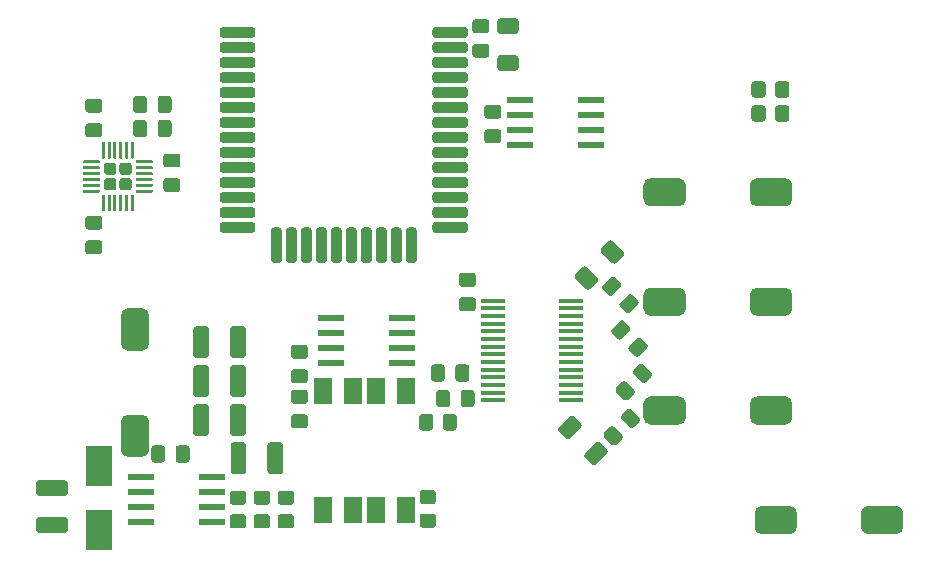
<source format=gbp>
G04 #@! TF.GenerationSoftware,KiCad,Pcbnew,(5.1.8)-1*
G04 #@! TF.CreationDate,2021-07-21T13:57:44+02:00*
G04 #@! TF.ProjectId,sensactHsNano,73656e73-6163-4744-9873-4e616e6f2e6b,rev?*
G04 #@! TF.SameCoordinates,Original*
G04 #@! TF.FileFunction,Paste,Bot*
G04 #@! TF.FilePolarity,Positive*
%FSLAX46Y46*%
G04 Gerber Fmt 4.6, Leading zero omitted, Abs format (unit mm)*
G04 Created by KiCad (PCBNEW (5.1.8)-1) date 2021-07-21 13:57:44*
%MOMM*%
%LPD*%
G01*
G04 APERTURE LIST*
%ADD10R,1.500000X2.300000*%
%ADD11R,2.200000X0.600000*%
%ADD12R,2.300000X3.500000*%
%ADD13R,2.000000X0.400000*%
G04 APERTURE END LIST*
G36*
G01*
X183026000Y-111067001D02*
X183026000Y-110166999D01*
G75*
G02*
X183275999Y-109917000I249999J0D01*
G01*
X183976001Y-109917000D01*
G75*
G02*
X184226000Y-110166999I0J-249999D01*
G01*
X184226000Y-111067001D01*
G75*
G02*
X183976001Y-111317000I-249999J0D01*
G01*
X183275999Y-111317000D01*
G75*
G02*
X183026000Y-111067001I0J249999D01*
G01*
G37*
G36*
G01*
X181026000Y-111067001D02*
X181026000Y-110166999D01*
G75*
G02*
X181275999Y-109917000I249999J0D01*
G01*
X181976001Y-109917000D01*
G75*
G02*
X182226000Y-110166999I0J-249999D01*
G01*
X182226000Y-111067001D01*
G75*
G02*
X181976001Y-111317000I-249999J0D01*
G01*
X181275999Y-111317000D01*
G75*
G02*
X181026000Y-111067001I0J249999D01*
G01*
G37*
G36*
G01*
X182226000Y-112198999D02*
X182226000Y-113099001D01*
G75*
G02*
X181976001Y-113349000I-249999J0D01*
G01*
X181275999Y-113349000D01*
G75*
G02*
X181026000Y-113099001I0J249999D01*
G01*
X181026000Y-112198999D01*
G75*
G02*
X181275999Y-111949000I249999J0D01*
G01*
X181976001Y-111949000D01*
G75*
G02*
X182226000Y-112198999I0J-249999D01*
G01*
G37*
G36*
G01*
X184226000Y-112198999D02*
X184226000Y-113099001D01*
G75*
G02*
X183976001Y-113349000I-249999J0D01*
G01*
X183275999Y-113349000D01*
G75*
G02*
X183026000Y-113099001I0J249999D01*
G01*
X183026000Y-112198999D01*
G75*
G02*
X183275999Y-111949000I249999J0D01*
G01*
X183976001Y-111949000D01*
G75*
G02*
X184226000Y-112198999I0J-249999D01*
G01*
G37*
G36*
G01*
X130028800Y-138732800D02*
X130028800Y-141132800D01*
G75*
G02*
X129428800Y-141732800I-600000J0D01*
G01*
X128228800Y-141732800D01*
G75*
G02*
X127628800Y-141132800I0J600000D01*
G01*
X127628800Y-138732800D01*
G75*
G02*
X128228800Y-138132800I600000J0D01*
G01*
X129428800Y-138132800D01*
G75*
G02*
X130028800Y-138732800I0J-600000D01*
G01*
G37*
G36*
G01*
X130028800Y-129732800D02*
X130028800Y-132132800D01*
G75*
G02*
X129428800Y-132732800I-600000J0D01*
G01*
X128228800Y-132732800D01*
G75*
G02*
X127628800Y-132132800I0J600000D01*
G01*
X127628800Y-129732800D01*
G75*
G02*
X128228800Y-129132800I600000J0D01*
G01*
X129428800Y-129132800D01*
G75*
G02*
X130028800Y-129732800I0J-600000D01*
G01*
G37*
D10*
X149250400Y-146173200D03*
X151790400Y-146173200D03*
X151790400Y-136173200D03*
X149250400Y-136173200D03*
X147269200Y-136173200D03*
X144729200Y-136173200D03*
X144729200Y-146173200D03*
X147269200Y-146173200D03*
G36*
G01*
X154069201Y-145716800D02*
X153169199Y-145716800D01*
G75*
G02*
X152919200Y-145466801I0J249999D01*
G01*
X152919200Y-144766799D01*
G75*
G02*
X153169199Y-144516800I249999J0D01*
G01*
X154069201Y-144516800D01*
G75*
G02*
X154319200Y-144766799I0J-249999D01*
G01*
X154319200Y-145466801D01*
G75*
G02*
X154069201Y-145716800I-249999J0D01*
G01*
G37*
G36*
G01*
X154069201Y-147716800D02*
X153169199Y-147716800D01*
G75*
G02*
X152919200Y-147466801I0J249999D01*
G01*
X152919200Y-146766799D01*
G75*
G02*
X153169199Y-146516800I249999J0D01*
G01*
X154069201Y-146516800D01*
G75*
G02*
X154319200Y-146766799I0J-249999D01*
G01*
X154319200Y-147466801D01*
G75*
G02*
X154069201Y-147716800I-249999J0D01*
G01*
G37*
G36*
G01*
X169244017Y-125299225D02*
X168324775Y-124379983D01*
G75*
G02*
X168324775Y-124026433I176775J176775D01*
G01*
X168908141Y-123443067D01*
G75*
G02*
X169261691Y-123443067I176775J-176775D01*
G01*
X170180933Y-124362309D01*
G75*
G02*
X170180933Y-124715859I-176775J-176775D01*
G01*
X169597567Y-125299225D01*
G75*
G02*
X169244017Y-125299225I-176775J176775D01*
G01*
G37*
G36*
G01*
X167034309Y-127508933D02*
X166115067Y-126589691D01*
G75*
G02*
X166115067Y-126236141I176775J176775D01*
G01*
X166698433Y-125652775D01*
G75*
G02*
X167051983Y-125652775I176775J-176775D01*
G01*
X167971225Y-126572017D01*
G75*
G02*
X167971225Y-126925567I-176775J-176775D01*
G01*
X167387859Y-127508933D01*
G75*
G02*
X167034309Y-127508933I-176775J176775D01*
G01*
G37*
G36*
G01*
X166927775Y-141431017D02*
X167847017Y-140511775D01*
G75*
G02*
X168200567Y-140511775I176775J-176775D01*
G01*
X168783933Y-141095141D01*
G75*
G02*
X168783933Y-141448691I-176775J-176775D01*
G01*
X167864691Y-142367933D01*
G75*
G02*
X167511141Y-142367933I-176775J176775D01*
G01*
X166927775Y-141784567D01*
G75*
G02*
X166927775Y-141431017I176775J176775D01*
G01*
G37*
G36*
G01*
X164718067Y-139221309D02*
X165637309Y-138302067D01*
G75*
G02*
X165990859Y-138302067I176775J-176775D01*
G01*
X166574225Y-138885433D01*
G75*
G02*
X166574225Y-139238983I-176775J-176775D01*
G01*
X165654983Y-140158225D01*
G75*
G02*
X165301433Y-140158225I-176775J176775D01*
G01*
X164718067Y-139574859D01*
G75*
G02*
X164718067Y-139221309I176775J176775D01*
G01*
G37*
G36*
G01*
X136010500Y-106009000D02*
X136010500Y-105559000D01*
G75*
G02*
X136235500Y-105334000I225000J0D01*
G01*
X138785500Y-105334000D01*
G75*
G02*
X139010500Y-105559000I0J-225000D01*
G01*
X139010500Y-106009000D01*
G75*
G02*
X138785500Y-106234000I-225000J0D01*
G01*
X136235500Y-106234000D01*
G75*
G02*
X136010500Y-106009000I0J225000D01*
G01*
G37*
G36*
G01*
X136010500Y-107279000D02*
X136010500Y-106829000D01*
G75*
G02*
X136235500Y-106604000I225000J0D01*
G01*
X138785500Y-106604000D01*
G75*
G02*
X139010500Y-106829000I0J-225000D01*
G01*
X139010500Y-107279000D01*
G75*
G02*
X138785500Y-107504000I-225000J0D01*
G01*
X136235500Y-107504000D01*
G75*
G02*
X136010500Y-107279000I0J225000D01*
G01*
G37*
G36*
G01*
X136010500Y-108549000D02*
X136010500Y-108099000D01*
G75*
G02*
X136235500Y-107874000I225000J0D01*
G01*
X138785500Y-107874000D01*
G75*
G02*
X139010500Y-108099000I0J-225000D01*
G01*
X139010500Y-108549000D01*
G75*
G02*
X138785500Y-108774000I-225000J0D01*
G01*
X136235500Y-108774000D01*
G75*
G02*
X136010500Y-108549000I0J225000D01*
G01*
G37*
G36*
G01*
X136010500Y-109819000D02*
X136010500Y-109369000D01*
G75*
G02*
X136235500Y-109144000I225000J0D01*
G01*
X138785500Y-109144000D01*
G75*
G02*
X139010500Y-109369000I0J-225000D01*
G01*
X139010500Y-109819000D01*
G75*
G02*
X138785500Y-110044000I-225000J0D01*
G01*
X136235500Y-110044000D01*
G75*
G02*
X136010500Y-109819000I0J225000D01*
G01*
G37*
G36*
G01*
X136010500Y-111089000D02*
X136010500Y-110639000D01*
G75*
G02*
X136235500Y-110414000I225000J0D01*
G01*
X138785500Y-110414000D01*
G75*
G02*
X139010500Y-110639000I0J-225000D01*
G01*
X139010500Y-111089000D01*
G75*
G02*
X138785500Y-111314000I-225000J0D01*
G01*
X136235500Y-111314000D01*
G75*
G02*
X136010500Y-111089000I0J225000D01*
G01*
G37*
G36*
G01*
X136010500Y-112359000D02*
X136010500Y-111909000D01*
G75*
G02*
X136235500Y-111684000I225000J0D01*
G01*
X138785500Y-111684000D01*
G75*
G02*
X139010500Y-111909000I0J-225000D01*
G01*
X139010500Y-112359000D01*
G75*
G02*
X138785500Y-112584000I-225000J0D01*
G01*
X136235500Y-112584000D01*
G75*
G02*
X136010500Y-112359000I0J225000D01*
G01*
G37*
G36*
G01*
X136010500Y-113629000D02*
X136010500Y-113179000D01*
G75*
G02*
X136235500Y-112954000I225000J0D01*
G01*
X138785500Y-112954000D01*
G75*
G02*
X139010500Y-113179000I0J-225000D01*
G01*
X139010500Y-113629000D01*
G75*
G02*
X138785500Y-113854000I-225000J0D01*
G01*
X136235500Y-113854000D01*
G75*
G02*
X136010500Y-113629000I0J225000D01*
G01*
G37*
G36*
G01*
X136010500Y-114899000D02*
X136010500Y-114449000D01*
G75*
G02*
X136235500Y-114224000I225000J0D01*
G01*
X138785500Y-114224000D01*
G75*
G02*
X139010500Y-114449000I0J-225000D01*
G01*
X139010500Y-114899000D01*
G75*
G02*
X138785500Y-115124000I-225000J0D01*
G01*
X136235500Y-115124000D01*
G75*
G02*
X136010500Y-114899000I0J225000D01*
G01*
G37*
G36*
G01*
X136010500Y-116169000D02*
X136010500Y-115719000D01*
G75*
G02*
X136235500Y-115494000I225000J0D01*
G01*
X138785500Y-115494000D01*
G75*
G02*
X139010500Y-115719000I0J-225000D01*
G01*
X139010500Y-116169000D01*
G75*
G02*
X138785500Y-116394000I-225000J0D01*
G01*
X136235500Y-116394000D01*
G75*
G02*
X136010500Y-116169000I0J225000D01*
G01*
G37*
G36*
G01*
X136010500Y-117439000D02*
X136010500Y-116989000D01*
G75*
G02*
X136235500Y-116764000I225000J0D01*
G01*
X138785500Y-116764000D01*
G75*
G02*
X139010500Y-116989000I0J-225000D01*
G01*
X139010500Y-117439000D01*
G75*
G02*
X138785500Y-117664000I-225000J0D01*
G01*
X136235500Y-117664000D01*
G75*
G02*
X136010500Y-117439000I0J225000D01*
G01*
G37*
G36*
G01*
X136010500Y-118709000D02*
X136010500Y-118259000D01*
G75*
G02*
X136235500Y-118034000I225000J0D01*
G01*
X138785500Y-118034000D01*
G75*
G02*
X139010500Y-118259000I0J-225000D01*
G01*
X139010500Y-118709000D01*
G75*
G02*
X138785500Y-118934000I-225000J0D01*
G01*
X136235500Y-118934000D01*
G75*
G02*
X136010500Y-118709000I0J225000D01*
G01*
G37*
G36*
G01*
X136010500Y-119979000D02*
X136010500Y-119529000D01*
G75*
G02*
X136235500Y-119304000I225000J0D01*
G01*
X138785500Y-119304000D01*
G75*
G02*
X139010500Y-119529000I0J-225000D01*
G01*
X139010500Y-119979000D01*
G75*
G02*
X138785500Y-120204000I-225000J0D01*
G01*
X136235500Y-120204000D01*
G75*
G02*
X136010500Y-119979000I0J225000D01*
G01*
G37*
G36*
G01*
X136010500Y-121249000D02*
X136010500Y-120799000D01*
G75*
G02*
X136235500Y-120574000I225000J0D01*
G01*
X138785500Y-120574000D01*
G75*
G02*
X139010500Y-120799000I0J-225000D01*
G01*
X139010500Y-121249000D01*
G75*
G02*
X138785500Y-121474000I-225000J0D01*
G01*
X136235500Y-121474000D01*
G75*
G02*
X136010500Y-121249000I0J225000D01*
G01*
G37*
G36*
G01*
X136010500Y-122519000D02*
X136010500Y-122069000D01*
G75*
G02*
X136235500Y-121844000I225000J0D01*
G01*
X138785500Y-121844000D01*
G75*
G02*
X139010500Y-122069000I0J-225000D01*
G01*
X139010500Y-122519000D01*
G75*
G02*
X138785500Y-122744000I-225000J0D01*
G01*
X136235500Y-122744000D01*
G75*
G02*
X136010500Y-122519000I0J225000D01*
G01*
G37*
G36*
G01*
X141020500Y-125294000D02*
X140570500Y-125294000D01*
G75*
G02*
X140345500Y-125069000I0J225000D01*
G01*
X140345500Y-122519000D01*
G75*
G02*
X140570500Y-122294000I225000J0D01*
G01*
X141020500Y-122294000D01*
G75*
G02*
X141245500Y-122519000I0J-225000D01*
G01*
X141245500Y-125069000D01*
G75*
G02*
X141020500Y-125294000I-225000J0D01*
G01*
G37*
G36*
G01*
X142290500Y-125294000D02*
X141840500Y-125294000D01*
G75*
G02*
X141615500Y-125069000I0J225000D01*
G01*
X141615500Y-122519000D01*
G75*
G02*
X141840500Y-122294000I225000J0D01*
G01*
X142290500Y-122294000D01*
G75*
G02*
X142515500Y-122519000I0J-225000D01*
G01*
X142515500Y-125069000D01*
G75*
G02*
X142290500Y-125294000I-225000J0D01*
G01*
G37*
G36*
G01*
X143560500Y-125294000D02*
X143110500Y-125294000D01*
G75*
G02*
X142885500Y-125069000I0J225000D01*
G01*
X142885500Y-122519000D01*
G75*
G02*
X143110500Y-122294000I225000J0D01*
G01*
X143560500Y-122294000D01*
G75*
G02*
X143785500Y-122519000I0J-225000D01*
G01*
X143785500Y-125069000D01*
G75*
G02*
X143560500Y-125294000I-225000J0D01*
G01*
G37*
G36*
G01*
X144830500Y-125294000D02*
X144380500Y-125294000D01*
G75*
G02*
X144155500Y-125069000I0J225000D01*
G01*
X144155500Y-122519000D01*
G75*
G02*
X144380500Y-122294000I225000J0D01*
G01*
X144830500Y-122294000D01*
G75*
G02*
X145055500Y-122519000I0J-225000D01*
G01*
X145055500Y-125069000D01*
G75*
G02*
X144830500Y-125294000I-225000J0D01*
G01*
G37*
G36*
G01*
X146100500Y-125294000D02*
X145650500Y-125294000D01*
G75*
G02*
X145425500Y-125069000I0J225000D01*
G01*
X145425500Y-122519000D01*
G75*
G02*
X145650500Y-122294000I225000J0D01*
G01*
X146100500Y-122294000D01*
G75*
G02*
X146325500Y-122519000I0J-225000D01*
G01*
X146325500Y-125069000D01*
G75*
G02*
X146100500Y-125294000I-225000J0D01*
G01*
G37*
G36*
G01*
X147370500Y-125294000D02*
X146920500Y-125294000D01*
G75*
G02*
X146695500Y-125069000I0J225000D01*
G01*
X146695500Y-122519000D01*
G75*
G02*
X146920500Y-122294000I225000J0D01*
G01*
X147370500Y-122294000D01*
G75*
G02*
X147595500Y-122519000I0J-225000D01*
G01*
X147595500Y-125069000D01*
G75*
G02*
X147370500Y-125294000I-225000J0D01*
G01*
G37*
G36*
G01*
X148640500Y-125294000D02*
X148190500Y-125294000D01*
G75*
G02*
X147965500Y-125069000I0J225000D01*
G01*
X147965500Y-122519000D01*
G75*
G02*
X148190500Y-122294000I225000J0D01*
G01*
X148640500Y-122294000D01*
G75*
G02*
X148865500Y-122519000I0J-225000D01*
G01*
X148865500Y-125069000D01*
G75*
G02*
X148640500Y-125294000I-225000J0D01*
G01*
G37*
G36*
G01*
X149910500Y-125294000D02*
X149460500Y-125294000D01*
G75*
G02*
X149235500Y-125069000I0J225000D01*
G01*
X149235500Y-122519000D01*
G75*
G02*
X149460500Y-122294000I225000J0D01*
G01*
X149910500Y-122294000D01*
G75*
G02*
X150135500Y-122519000I0J-225000D01*
G01*
X150135500Y-125069000D01*
G75*
G02*
X149910500Y-125294000I-225000J0D01*
G01*
G37*
G36*
G01*
X151180500Y-125294000D02*
X150730500Y-125294000D01*
G75*
G02*
X150505500Y-125069000I0J225000D01*
G01*
X150505500Y-122519000D01*
G75*
G02*
X150730500Y-122294000I225000J0D01*
G01*
X151180500Y-122294000D01*
G75*
G02*
X151405500Y-122519000I0J-225000D01*
G01*
X151405500Y-125069000D01*
G75*
G02*
X151180500Y-125294000I-225000J0D01*
G01*
G37*
G36*
G01*
X152450500Y-125294000D02*
X152000500Y-125294000D01*
G75*
G02*
X151775500Y-125069000I0J225000D01*
G01*
X151775500Y-122519000D01*
G75*
G02*
X152000500Y-122294000I225000J0D01*
G01*
X152450500Y-122294000D01*
G75*
G02*
X152675500Y-122519000I0J-225000D01*
G01*
X152675500Y-125069000D01*
G75*
G02*
X152450500Y-125294000I-225000J0D01*
G01*
G37*
G36*
G01*
X157010500Y-122069000D02*
X157010500Y-122519000D01*
G75*
G02*
X156785500Y-122744000I-225000J0D01*
G01*
X154235500Y-122744000D01*
G75*
G02*
X154010500Y-122519000I0J225000D01*
G01*
X154010500Y-122069000D01*
G75*
G02*
X154235500Y-121844000I225000J0D01*
G01*
X156785500Y-121844000D01*
G75*
G02*
X157010500Y-122069000I0J-225000D01*
G01*
G37*
G36*
G01*
X157010500Y-120799000D02*
X157010500Y-121249000D01*
G75*
G02*
X156785500Y-121474000I-225000J0D01*
G01*
X154235500Y-121474000D01*
G75*
G02*
X154010500Y-121249000I0J225000D01*
G01*
X154010500Y-120799000D01*
G75*
G02*
X154235500Y-120574000I225000J0D01*
G01*
X156785500Y-120574000D01*
G75*
G02*
X157010500Y-120799000I0J-225000D01*
G01*
G37*
G36*
G01*
X157010500Y-119529000D02*
X157010500Y-119979000D01*
G75*
G02*
X156785500Y-120204000I-225000J0D01*
G01*
X154235500Y-120204000D01*
G75*
G02*
X154010500Y-119979000I0J225000D01*
G01*
X154010500Y-119529000D01*
G75*
G02*
X154235500Y-119304000I225000J0D01*
G01*
X156785500Y-119304000D01*
G75*
G02*
X157010500Y-119529000I0J-225000D01*
G01*
G37*
G36*
G01*
X157010500Y-118259000D02*
X157010500Y-118709000D01*
G75*
G02*
X156785500Y-118934000I-225000J0D01*
G01*
X154235500Y-118934000D01*
G75*
G02*
X154010500Y-118709000I0J225000D01*
G01*
X154010500Y-118259000D01*
G75*
G02*
X154235500Y-118034000I225000J0D01*
G01*
X156785500Y-118034000D01*
G75*
G02*
X157010500Y-118259000I0J-225000D01*
G01*
G37*
G36*
G01*
X157010500Y-116989000D02*
X157010500Y-117439000D01*
G75*
G02*
X156785500Y-117664000I-225000J0D01*
G01*
X154235500Y-117664000D01*
G75*
G02*
X154010500Y-117439000I0J225000D01*
G01*
X154010500Y-116989000D01*
G75*
G02*
X154235500Y-116764000I225000J0D01*
G01*
X156785500Y-116764000D01*
G75*
G02*
X157010500Y-116989000I0J-225000D01*
G01*
G37*
G36*
G01*
X157010500Y-115719000D02*
X157010500Y-116169000D01*
G75*
G02*
X156785500Y-116394000I-225000J0D01*
G01*
X154235500Y-116394000D01*
G75*
G02*
X154010500Y-116169000I0J225000D01*
G01*
X154010500Y-115719000D01*
G75*
G02*
X154235500Y-115494000I225000J0D01*
G01*
X156785500Y-115494000D01*
G75*
G02*
X157010500Y-115719000I0J-225000D01*
G01*
G37*
G36*
G01*
X157010500Y-114449000D02*
X157010500Y-114899000D01*
G75*
G02*
X156785500Y-115124000I-225000J0D01*
G01*
X154235500Y-115124000D01*
G75*
G02*
X154010500Y-114899000I0J225000D01*
G01*
X154010500Y-114449000D01*
G75*
G02*
X154235500Y-114224000I225000J0D01*
G01*
X156785500Y-114224000D01*
G75*
G02*
X157010500Y-114449000I0J-225000D01*
G01*
G37*
G36*
G01*
X157010500Y-113179000D02*
X157010500Y-113629000D01*
G75*
G02*
X156785500Y-113854000I-225000J0D01*
G01*
X154235500Y-113854000D01*
G75*
G02*
X154010500Y-113629000I0J225000D01*
G01*
X154010500Y-113179000D01*
G75*
G02*
X154235500Y-112954000I225000J0D01*
G01*
X156785500Y-112954000D01*
G75*
G02*
X157010500Y-113179000I0J-225000D01*
G01*
G37*
G36*
G01*
X157010500Y-111909000D02*
X157010500Y-112359000D01*
G75*
G02*
X156785500Y-112584000I-225000J0D01*
G01*
X154235500Y-112584000D01*
G75*
G02*
X154010500Y-112359000I0J225000D01*
G01*
X154010500Y-111909000D01*
G75*
G02*
X154235500Y-111684000I225000J0D01*
G01*
X156785500Y-111684000D01*
G75*
G02*
X157010500Y-111909000I0J-225000D01*
G01*
G37*
G36*
G01*
X157010500Y-110639000D02*
X157010500Y-111089000D01*
G75*
G02*
X156785500Y-111314000I-225000J0D01*
G01*
X154235500Y-111314000D01*
G75*
G02*
X154010500Y-111089000I0J225000D01*
G01*
X154010500Y-110639000D01*
G75*
G02*
X154235500Y-110414000I225000J0D01*
G01*
X156785500Y-110414000D01*
G75*
G02*
X157010500Y-110639000I0J-225000D01*
G01*
G37*
G36*
G01*
X157010500Y-109369000D02*
X157010500Y-109819000D01*
G75*
G02*
X156785500Y-110044000I-225000J0D01*
G01*
X154235500Y-110044000D01*
G75*
G02*
X154010500Y-109819000I0J225000D01*
G01*
X154010500Y-109369000D01*
G75*
G02*
X154235500Y-109144000I225000J0D01*
G01*
X156785500Y-109144000D01*
G75*
G02*
X157010500Y-109369000I0J-225000D01*
G01*
G37*
G36*
G01*
X157010500Y-108099000D02*
X157010500Y-108549000D01*
G75*
G02*
X156785500Y-108774000I-225000J0D01*
G01*
X154235500Y-108774000D01*
G75*
G02*
X154010500Y-108549000I0J225000D01*
G01*
X154010500Y-108099000D01*
G75*
G02*
X154235500Y-107874000I225000J0D01*
G01*
X156785500Y-107874000D01*
G75*
G02*
X157010500Y-108099000I0J-225000D01*
G01*
G37*
G36*
G01*
X157010500Y-106829000D02*
X157010500Y-107279000D01*
G75*
G02*
X156785500Y-107504000I-225000J0D01*
G01*
X154235500Y-107504000D01*
G75*
G02*
X154010500Y-107279000I0J225000D01*
G01*
X154010500Y-106829000D01*
G75*
G02*
X154235500Y-106604000I225000J0D01*
G01*
X156785500Y-106604000D01*
G75*
G02*
X157010500Y-106829000I0J-225000D01*
G01*
G37*
G36*
G01*
X157010500Y-105559000D02*
X157010500Y-106009000D01*
G75*
G02*
X156785500Y-106234000I-225000J0D01*
G01*
X154235500Y-106234000D01*
G75*
G02*
X154010500Y-106009000I0J225000D01*
G01*
X154010500Y-105559000D01*
G75*
G02*
X154235500Y-105334000I225000J0D01*
G01*
X156785500Y-105334000D01*
G75*
G02*
X157010500Y-105559000I0J-225000D01*
G01*
G37*
D11*
X129334000Y-143383000D03*
X129334000Y-144653000D03*
X129334000Y-145923000D03*
X129334000Y-147193000D03*
X135334000Y-147193000D03*
X135334000Y-145923000D03*
X135334000Y-144653000D03*
X135334000Y-143383000D03*
G36*
G01*
X174881000Y-129787500D02*
X172481000Y-129787500D01*
G75*
G02*
X171881000Y-129187500I0J600000D01*
G01*
X171881000Y-127987500D01*
G75*
G02*
X172481000Y-127387500I600000J0D01*
G01*
X174881000Y-127387500D01*
G75*
G02*
X175481000Y-127987500I0J-600000D01*
G01*
X175481000Y-129187500D01*
G75*
G02*
X174881000Y-129787500I-600000J0D01*
G01*
G37*
G36*
G01*
X183881000Y-129787500D02*
X181481000Y-129787500D01*
G75*
G02*
X180881000Y-129187500I0J600000D01*
G01*
X180881000Y-127987500D01*
G75*
G02*
X181481000Y-127387500I600000J0D01*
G01*
X183881000Y-127387500D01*
G75*
G02*
X184481000Y-127987500I0J-600000D01*
G01*
X184481000Y-129187500D01*
G75*
G02*
X183881000Y-129787500I-600000J0D01*
G01*
G37*
G36*
G01*
X174881000Y-120516500D02*
X172481000Y-120516500D01*
G75*
G02*
X171881000Y-119916500I0J600000D01*
G01*
X171881000Y-118716500D01*
G75*
G02*
X172481000Y-118116500I600000J0D01*
G01*
X174881000Y-118116500D01*
G75*
G02*
X175481000Y-118716500I0J-600000D01*
G01*
X175481000Y-119916500D01*
G75*
G02*
X174881000Y-120516500I-600000J0D01*
G01*
G37*
G36*
G01*
X183881000Y-120516500D02*
X181481000Y-120516500D01*
G75*
G02*
X180881000Y-119916500I0J600000D01*
G01*
X180881000Y-118716500D01*
G75*
G02*
X181481000Y-118116500I600000J0D01*
G01*
X183881000Y-118116500D01*
G75*
G02*
X184481000Y-118716500I0J-600000D01*
G01*
X184481000Y-119916500D01*
G75*
G02*
X183881000Y-120516500I-600000J0D01*
G01*
G37*
G36*
G01*
X174881000Y-138995000D02*
X172481000Y-138995000D01*
G75*
G02*
X171881000Y-138395000I0J600000D01*
G01*
X171881000Y-137195000D01*
G75*
G02*
X172481000Y-136595000I600000J0D01*
G01*
X174881000Y-136595000D01*
G75*
G02*
X175481000Y-137195000I0J-600000D01*
G01*
X175481000Y-138395000D01*
G75*
G02*
X174881000Y-138995000I-600000J0D01*
G01*
G37*
G36*
G01*
X183881000Y-138995000D02*
X181481000Y-138995000D01*
G75*
G02*
X180881000Y-138395000I0J600000D01*
G01*
X180881000Y-137195000D01*
G75*
G02*
X181481000Y-136595000I600000J0D01*
G01*
X183881000Y-136595000D01*
G75*
G02*
X184481000Y-137195000I0J-600000D01*
G01*
X184481000Y-138395000D01*
G75*
G02*
X183881000Y-138995000I-600000J0D01*
G01*
G37*
G36*
G01*
X184283200Y-148266000D02*
X181883200Y-148266000D01*
G75*
G02*
X181283200Y-147666000I0J600000D01*
G01*
X181283200Y-146466000D01*
G75*
G02*
X181883200Y-145866000I600000J0D01*
G01*
X184283200Y-145866000D01*
G75*
G02*
X184883200Y-146466000I0J-600000D01*
G01*
X184883200Y-147666000D01*
G75*
G02*
X184283200Y-148266000I-600000J0D01*
G01*
G37*
G36*
G01*
X193283200Y-148266000D02*
X190883200Y-148266000D01*
G75*
G02*
X190283200Y-147666000I0J600000D01*
G01*
X190283200Y-146466000D01*
G75*
G02*
X190883200Y-145866000I600000J0D01*
G01*
X193283200Y-145866000D01*
G75*
G02*
X193883200Y-146466000I0J-600000D01*
G01*
X193883200Y-147666000D01*
G75*
G02*
X193283200Y-148266000I-600000J0D01*
G01*
G37*
G36*
G01*
X141154999Y-146577000D02*
X142055001Y-146577000D01*
G75*
G02*
X142305000Y-146826999I0J-249999D01*
G01*
X142305000Y-147527001D01*
G75*
G02*
X142055001Y-147777000I-249999J0D01*
G01*
X141154999Y-147777000D01*
G75*
G02*
X140905000Y-147527001I0J249999D01*
G01*
X140905000Y-146826999D01*
G75*
G02*
X141154999Y-146577000I249999J0D01*
G01*
G37*
G36*
G01*
X141154999Y-144577000D02*
X142055001Y-144577000D01*
G75*
G02*
X142305000Y-144826999I0J-249999D01*
G01*
X142305000Y-145527001D01*
G75*
G02*
X142055001Y-145777000I-249999J0D01*
G01*
X141154999Y-145777000D01*
G75*
G02*
X140905000Y-145527001I0J249999D01*
G01*
X140905000Y-144826999D01*
G75*
G02*
X141154999Y-144577000I249999J0D01*
G01*
G37*
G36*
G01*
X140023001Y-145777000D02*
X139122999Y-145777000D01*
G75*
G02*
X138873000Y-145527001I0J249999D01*
G01*
X138873000Y-144826999D01*
G75*
G02*
X139122999Y-144577000I249999J0D01*
G01*
X140023001Y-144577000D01*
G75*
G02*
X140273000Y-144826999I0J-249999D01*
G01*
X140273000Y-145527001D01*
G75*
G02*
X140023001Y-145777000I-249999J0D01*
G01*
G37*
G36*
G01*
X140023001Y-147777000D02*
X139122999Y-147777000D01*
G75*
G02*
X138873000Y-147527001I0J249999D01*
G01*
X138873000Y-146826999D01*
G75*
G02*
X139122999Y-146577000I249999J0D01*
G01*
X140023001Y-146577000D01*
G75*
G02*
X140273000Y-146826999I0J-249999D01*
G01*
X140273000Y-147527001D01*
G75*
G02*
X140023001Y-147777000I-249999J0D01*
G01*
G37*
G36*
G01*
X137090999Y-146577000D02*
X137991001Y-146577000D01*
G75*
G02*
X138241000Y-146826999I0J-249999D01*
G01*
X138241000Y-147527001D01*
G75*
G02*
X137991001Y-147777000I-249999J0D01*
G01*
X137090999Y-147777000D01*
G75*
G02*
X136841000Y-147527001I0J249999D01*
G01*
X136841000Y-146826999D01*
G75*
G02*
X137090999Y-146577000I249999J0D01*
G01*
G37*
G36*
G01*
X137090999Y-144577000D02*
X137991001Y-144577000D01*
G75*
G02*
X138241000Y-144826999I0J-249999D01*
G01*
X138241000Y-145527001D01*
G75*
G02*
X137991001Y-145777000I-249999J0D01*
G01*
X137090999Y-145777000D01*
G75*
G02*
X136841000Y-145527001I0J249999D01*
G01*
X136841000Y-144826999D01*
G75*
G02*
X137090999Y-144577000I249999J0D01*
G01*
G37*
D12*
X125780800Y-147886400D03*
X125780800Y-142486400D03*
G36*
G01*
X136891600Y-136405802D02*
X136891600Y-134205798D01*
G75*
G02*
X137141598Y-133955800I249998J0D01*
G01*
X137966602Y-133955800D01*
G75*
G02*
X138216600Y-134205798I0J-249998D01*
G01*
X138216600Y-136405802D01*
G75*
G02*
X137966602Y-136655800I-249998J0D01*
G01*
X137141598Y-136655800D01*
G75*
G02*
X136891600Y-136405802I0J249998D01*
G01*
G37*
G36*
G01*
X133766600Y-136405802D02*
X133766600Y-134205798D01*
G75*
G02*
X134016598Y-133955800I249998J0D01*
G01*
X134841602Y-133955800D01*
G75*
G02*
X135091600Y-134205798I0J-249998D01*
G01*
X135091600Y-136405802D01*
G75*
G02*
X134841602Y-136655800I-249998J0D01*
G01*
X134016598Y-136655800D01*
G75*
G02*
X133766600Y-136405802I0J249998D01*
G01*
G37*
G36*
G01*
X136891600Y-139707802D02*
X136891600Y-137507798D01*
G75*
G02*
X137141598Y-137257800I249998J0D01*
G01*
X137966602Y-137257800D01*
G75*
G02*
X138216600Y-137507798I0J-249998D01*
G01*
X138216600Y-139707802D01*
G75*
G02*
X137966602Y-139957800I-249998J0D01*
G01*
X137141598Y-139957800D01*
G75*
G02*
X136891600Y-139707802I0J249998D01*
G01*
G37*
G36*
G01*
X133766600Y-139707802D02*
X133766600Y-137507798D01*
G75*
G02*
X134016598Y-137257800I249998J0D01*
G01*
X134841602Y-137257800D01*
G75*
G02*
X135091600Y-137507798I0J-249998D01*
G01*
X135091600Y-139707802D01*
G75*
G02*
X134841602Y-139957800I-249998J0D01*
G01*
X134016598Y-139957800D01*
G75*
G02*
X133766600Y-139707802I0J249998D01*
G01*
G37*
G36*
G01*
X140041200Y-142933602D02*
X140041200Y-140733598D01*
G75*
G02*
X140291198Y-140483600I249998J0D01*
G01*
X141116202Y-140483600D01*
G75*
G02*
X141366200Y-140733598I0J-249998D01*
G01*
X141366200Y-142933602D01*
G75*
G02*
X141116202Y-143183600I-249998J0D01*
G01*
X140291198Y-143183600D01*
G75*
G02*
X140041200Y-142933602I0J249998D01*
G01*
G37*
G36*
G01*
X136916200Y-142933602D02*
X136916200Y-140733598D01*
G75*
G02*
X137166198Y-140483600I249998J0D01*
G01*
X137991202Y-140483600D01*
G75*
G02*
X138241200Y-140733598I0J-249998D01*
G01*
X138241200Y-142933602D01*
G75*
G02*
X137991202Y-143183600I-249998J0D01*
G01*
X137166198Y-143183600D01*
G75*
G02*
X136916200Y-142933602I0J249998D01*
G01*
G37*
G36*
G01*
X136891600Y-133103802D02*
X136891600Y-130903798D01*
G75*
G02*
X137141598Y-130653800I249998J0D01*
G01*
X137966602Y-130653800D01*
G75*
G02*
X138216600Y-130903798I0J-249998D01*
G01*
X138216600Y-133103802D01*
G75*
G02*
X137966602Y-133353800I-249998J0D01*
G01*
X137141598Y-133353800D01*
G75*
G02*
X136891600Y-133103802I0J249998D01*
G01*
G37*
G36*
G01*
X133766600Y-133103802D02*
X133766600Y-130903798D01*
G75*
G02*
X134016598Y-130653800I249998J0D01*
G01*
X134841602Y-130653800D01*
G75*
G02*
X135091600Y-130903798I0J-249998D01*
G01*
X135091600Y-133103802D01*
G75*
G02*
X134841602Y-133353800I-249998J0D01*
G01*
X134016598Y-133353800D01*
G75*
G02*
X133766600Y-133103802I0J249998D01*
G01*
G37*
G36*
G01*
X132276000Y-141953000D02*
X132276000Y-141003000D01*
G75*
G02*
X132526000Y-140753000I250000J0D01*
G01*
X133201000Y-140753000D01*
G75*
G02*
X133451000Y-141003000I0J-250000D01*
G01*
X133451000Y-141953000D01*
G75*
G02*
X133201000Y-142203000I-250000J0D01*
G01*
X132526000Y-142203000D01*
G75*
G02*
X132276000Y-141953000I0J250000D01*
G01*
G37*
G36*
G01*
X130201000Y-141953000D02*
X130201000Y-141003000D01*
G75*
G02*
X130451000Y-140753000I250000J0D01*
G01*
X131126000Y-140753000D01*
G75*
G02*
X131376000Y-141003000I0J-250000D01*
G01*
X131376000Y-141953000D01*
G75*
G02*
X131126000Y-142203000I-250000J0D01*
G01*
X130451000Y-142203000D01*
G75*
G02*
X130201000Y-141953000I0J250000D01*
G01*
G37*
G36*
G01*
X120692998Y-146823000D02*
X122893002Y-146823000D01*
G75*
G02*
X123143000Y-147072998I0J-249998D01*
G01*
X123143000Y-147898002D01*
G75*
G02*
X122893002Y-148148000I-249998J0D01*
G01*
X120692998Y-148148000D01*
G75*
G02*
X120443000Y-147898002I0J249998D01*
G01*
X120443000Y-147072998D01*
G75*
G02*
X120692998Y-146823000I249998J0D01*
G01*
G37*
G36*
G01*
X120692998Y-143698000D02*
X122893002Y-143698000D01*
G75*
G02*
X123143000Y-143947998I0J-249998D01*
G01*
X123143000Y-144773002D01*
G75*
G02*
X122893002Y-145023000I-249998J0D01*
G01*
X120692998Y-145023000D01*
G75*
G02*
X120443000Y-144773002I0J249998D01*
G01*
X120443000Y-143947998D01*
G75*
G02*
X120692998Y-143698000I249998J0D01*
G01*
G37*
D13*
X165733000Y-136940000D03*
X165733000Y-136290000D03*
X165733000Y-135640000D03*
X165733000Y-134990000D03*
X165733000Y-134340000D03*
X165733000Y-133690000D03*
X165733000Y-133040000D03*
X165733000Y-132390000D03*
X165733000Y-131740000D03*
X165733000Y-131090000D03*
X165733000Y-130440000D03*
X165733000Y-129790000D03*
X165733000Y-129140000D03*
X159133000Y-128490000D03*
X159133000Y-129140000D03*
X159133000Y-129790000D03*
X159133000Y-130440000D03*
X159133000Y-131090000D03*
X159133000Y-131740000D03*
X159133000Y-132390000D03*
X159133000Y-133040000D03*
X159133000Y-133690000D03*
X159133000Y-134340000D03*
X159133000Y-134990000D03*
X159133000Y-135640000D03*
X159133000Y-136290000D03*
X165733000Y-128490000D03*
X159133000Y-136940000D03*
G36*
G01*
X154082800Y-138335599D02*
X154082800Y-139235601D01*
G75*
G02*
X153832801Y-139485600I-249999J0D01*
G01*
X153132799Y-139485600D01*
G75*
G02*
X152882800Y-139235601I0J249999D01*
G01*
X152882800Y-138335599D01*
G75*
G02*
X153132799Y-138085600I249999J0D01*
G01*
X153832801Y-138085600D01*
G75*
G02*
X154082800Y-138335599I0J-249999D01*
G01*
G37*
G36*
G01*
X156082800Y-138335599D02*
X156082800Y-139235601D01*
G75*
G02*
X155832801Y-139485600I-249999J0D01*
G01*
X155132799Y-139485600D01*
G75*
G02*
X154882800Y-139235601I0J249999D01*
G01*
X154882800Y-138335599D01*
G75*
G02*
X155132799Y-138085600I249999J0D01*
G01*
X155832801Y-138085600D01*
G75*
G02*
X156082800Y-138335599I0J-249999D01*
G01*
G37*
G36*
G01*
X161051002Y-105907000D02*
X159750998Y-105907000D01*
G75*
G02*
X159501000Y-105657002I0J249998D01*
G01*
X159501000Y-104831998D01*
G75*
G02*
X159750998Y-104582000I249998J0D01*
G01*
X161051002Y-104582000D01*
G75*
G02*
X161301000Y-104831998I0J-249998D01*
G01*
X161301000Y-105657002D01*
G75*
G02*
X161051002Y-105907000I-249998J0D01*
G01*
G37*
G36*
G01*
X161051002Y-109032000D02*
X159750998Y-109032000D01*
G75*
G02*
X159501000Y-108782002I0J249998D01*
G01*
X159501000Y-107956998D01*
G75*
G02*
X159750998Y-107707000I249998J0D01*
G01*
X161051002Y-107707000D01*
G75*
G02*
X161301000Y-107956998I0J-249998D01*
G01*
X161301000Y-108782002D01*
G75*
G02*
X161051002Y-109032000I-249998J0D01*
G01*
G37*
G36*
G01*
X158590000Y-105849000D02*
X157640000Y-105849000D01*
G75*
G02*
X157390000Y-105599000I0J250000D01*
G01*
X157390000Y-104924000D01*
G75*
G02*
X157640000Y-104674000I250000J0D01*
G01*
X158590000Y-104674000D01*
G75*
G02*
X158840000Y-104924000I0J-250000D01*
G01*
X158840000Y-105599000D01*
G75*
G02*
X158590000Y-105849000I-250000J0D01*
G01*
G37*
G36*
G01*
X158590000Y-107924000D02*
X157640000Y-107924000D01*
G75*
G02*
X157390000Y-107674000I0J250000D01*
G01*
X157390000Y-106999000D01*
G75*
G02*
X157640000Y-106749000I250000J0D01*
G01*
X158590000Y-106749000D01*
G75*
G02*
X158840000Y-106999000I0J-250000D01*
G01*
X158840000Y-107674000D01*
G75*
G02*
X158590000Y-107924000I-250000J0D01*
G01*
G37*
G36*
G01*
X125824000Y-112580000D02*
X124874000Y-112580000D01*
G75*
G02*
X124624000Y-112330000I0J250000D01*
G01*
X124624000Y-111655000D01*
G75*
G02*
X124874000Y-111405000I250000J0D01*
G01*
X125824000Y-111405000D01*
G75*
G02*
X126074000Y-111655000I0J-250000D01*
G01*
X126074000Y-112330000D01*
G75*
G02*
X125824000Y-112580000I-250000J0D01*
G01*
G37*
G36*
G01*
X125824000Y-114655000D02*
X124874000Y-114655000D01*
G75*
G02*
X124624000Y-114405000I0J250000D01*
G01*
X124624000Y-113730000D01*
G75*
G02*
X124874000Y-113480000I250000J0D01*
G01*
X125824000Y-113480000D01*
G75*
G02*
X126074000Y-113730000I0J-250000D01*
G01*
X126074000Y-114405000D01*
G75*
G02*
X125824000Y-114655000I-250000J0D01*
G01*
G37*
G36*
G01*
X124874000Y-123386000D02*
X125824000Y-123386000D01*
G75*
G02*
X126074000Y-123636000I0J-250000D01*
G01*
X126074000Y-124311000D01*
G75*
G02*
X125824000Y-124561000I-250000J0D01*
G01*
X124874000Y-124561000D01*
G75*
G02*
X124624000Y-124311000I0J250000D01*
G01*
X124624000Y-123636000D01*
G75*
G02*
X124874000Y-123386000I250000J0D01*
G01*
G37*
G36*
G01*
X124874000Y-121311000D02*
X125824000Y-121311000D01*
G75*
G02*
X126074000Y-121561000I0J-250000D01*
G01*
X126074000Y-122236000D01*
G75*
G02*
X125824000Y-122486000I-250000J0D01*
G01*
X124874000Y-122486000D01*
G75*
G02*
X124624000Y-122236000I0J250000D01*
G01*
X124624000Y-121561000D01*
G75*
G02*
X124874000Y-121311000I250000J0D01*
G01*
G37*
G36*
G01*
X132428000Y-117215500D02*
X131478000Y-117215500D01*
G75*
G02*
X131228000Y-116965500I0J250000D01*
G01*
X131228000Y-116290500D01*
G75*
G02*
X131478000Y-116040500I250000J0D01*
G01*
X132428000Y-116040500D01*
G75*
G02*
X132678000Y-116290500I0J-250000D01*
G01*
X132678000Y-116965500D01*
G75*
G02*
X132428000Y-117215500I-250000J0D01*
G01*
G37*
G36*
G01*
X132428000Y-119290500D02*
X131478000Y-119290500D01*
G75*
G02*
X131228000Y-119040500I0J250000D01*
G01*
X131228000Y-118365500D01*
G75*
G02*
X131478000Y-118115500I250000J0D01*
G01*
X132428000Y-118115500D01*
G75*
G02*
X132678000Y-118365500I0J-250000D01*
G01*
X132678000Y-119040500D01*
G75*
G02*
X132428000Y-119290500I-250000J0D01*
G01*
G37*
G36*
G01*
X130752000Y-112362000D02*
X130752000Y-111412000D01*
G75*
G02*
X131002000Y-111162000I250000J0D01*
G01*
X131677000Y-111162000D01*
G75*
G02*
X131927000Y-111412000I0J-250000D01*
G01*
X131927000Y-112362000D01*
G75*
G02*
X131677000Y-112612000I-250000J0D01*
G01*
X131002000Y-112612000D01*
G75*
G02*
X130752000Y-112362000I0J250000D01*
G01*
G37*
G36*
G01*
X128677000Y-112362000D02*
X128677000Y-111412000D01*
G75*
G02*
X128927000Y-111162000I250000J0D01*
G01*
X129602000Y-111162000D01*
G75*
G02*
X129852000Y-111412000I0J-250000D01*
G01*
X129852000Y-112362000D01*
G75*
G02*
X129602000Y-112612000I-250000J0D01*
G01*
X128927000Y-112612000D01*
G75*
G02*
X128677000Y-112362000I0J250000D01*
G01*
G37*
G36*
G01*
X130752000Y-114394000D02*
X130752000Y-113444000D01*
G75*
G02*
X131002000Y-113194000I250000J0D01*
G01*
X131677000Y-113194000D01*
G75*
G02*
X131927000Y-113444000I0J-250000D01*
G01*
X131927000Y-114394000D01*
G75*
G02*
X131677000Y-114644000I-250000J0D01*
G01*
X131002000Y-114644000D01*
G75*
G02*
X130752000Y-114394000I0J250000D01*
G01*
G37*
G36*
G01*
X128677000Y-114394000D02*
X128677000Y-113444000D01*
G75*
G02*
X128927000Y-113194000I250000J0D01*
G01*
X129602000Y-113194000D01*
G75*
G02*
X129852000Y-113444000I0J-250000D01*
G01*
X129852000Y-114394000D01*
G75*
G02*
X129602000Y-114644000I-250000J0D01*
G01*
X128927000Y-114644000D01*
G75*
G02*
X128677000Y-114394000I0J250000D01*
G01*
G37*
G36*
G01*
X158656000Y-113988000D02*
X159606000Y-113988000D01*
G75*
G02*
X159856000Y-114238000I0J-250000D01*
G01*
X159856000Y-114913000D01*
G75*
G02*
X159606000Y-115163000I-250000J0D01*
G01*
X158656000Y-115163000D01*
G75*
G02*
X158406000Y-114913000I0J250000D01*
G01*
X158406000Y-114238000D01*
G75*
G02*
X158656000Y-113988000I250000J0D01*
G01*
G37*
G36*
G01*
X158656000Y-111913000D02*
X159606000Y-111913000D01*
G75*
G02*
X159856000Y-112163000I0J-250000D01*
G01*
X159856000Y-112838000D01*
G75*
G02*
X159606000Y-113088000I-250000J0D01*
G01*
X158656000Y-113088000D01*
G75*
G02*
X158406000Y-112838000I0J250000D01*
G01*
X158406000Y-112163000D01*
G75*
G02*
X158656000Y-111913000I250000J0D01*
G01*
G37*
G36*
G01*
X143223000Y-133408000D02*
X142273000Y-133408000D01*
G75*
G02*
X142023000Y-133158000I0J250000D01*
G01*
X142023000Y-132483000D01*
G75*
G02*
X142273000Y-132233000I250000J0D01*
G01*
X143223000Y-132233000D01*
G75*
G02*
X143473000Y-132483000I0J-250000D01*
G01*
X143473000Y-133158000D01*
G75*
G02*
X143223000Y-133408000I-250000J0D01*
G01*
G37*
G36*
G01*
X143223000Y-135483000D02*
X142273000Y-135483000D01*
G75*
G02*
X142023000Y-135233000I0J250000D01*
G01*
X142023000Y-134558000D01*
G75*
G02*
X142273000Y-134308000I250000J0D01*
G01*
X143223000Y-134308000D01*
G75*
G02*
X143473000Y-134558000I0J-250000D01*
G01*
X143473000Y-135233000D01*
G75*
G02*
X143223000Y-135483000I-250000J0D01*
G01*
G37*
G36*
G01*
X142273000Y-138118000D02*
X143223000Y-138118000D01*
G75*
G02*
X143473000Y-138368000I0J-250000D01*
G01*
X143473000Y-139043000D01*
G75*
G02*
X143223000Y-139293000I-250000J0D01*
G01*
X142273000Y-139293000D01*
G75*
G02*
X142023000Y-139043000I0J250000D01*
G01*
X142023000Y-138368000D01*
G75*
G02*
X142273000Y-138118000I250000J0D01*
G01*
G37*
G36*
G01*
X142273000Y-136043000D02*
X143223000Y-136043000D01*
G75*
G02*
X143473000Y-136293000I0J-250000D01*
G01*
X143473000Y-136968000D01*
G75*
G02*
X143223000Y-137218000I-250000J0D01*
G01*
X142273000Y-137218000D01*
G75*
G02*
X142023000Y-136968000I0J250000D01*
G01*
X142023000Y-136293000D01*
G75*
G02*
X142273000Y-136043000I250000J0D01*
G01*
G37*
G36*
G01*
X170670322Y-132353073D02*
X171342073Y-131681322D01*
G75*
G02*
X171695627Y-131681322I176777J-176777D01*
G01*
X172172924Y-132158619D01*
G75*
G02*
X172172924Y-132512173I-176777J-176777D01*
G01*
X171501173Y-133183924D01*
G75*
G02*
X171147619Y-133183924I-176777J176777D01*
G01*
X170670322Y-132706627D01*
G75*
G02*
X170670322Y-132353073I176777J176777D01*
G01*
G37*
G36*
G01*
X169203076Y-130885827D02*
X169874827Y-130214076D01*
G75*
G02*
X170228381Y-130214076I176777J-176777D01*
G01*
X170705678Y-130691373D01*
G75*
G02*
X170705678Y-131044927I-176777J-176777D01*
G01*
X170033927Y-131716678D01*
G75*
G02*
X169680373Y-131716678I-176777J176777D01*
G01*
X169203076Y-131239381D01*
G75*
G02*
X169203076Y-130885827I176777J176777D01*
G01*
G37*
G36*
G01*
X169908322Y-128670073D02*
X170580073Y-127998322D01*
G75*
G02*
X170933627Y-127998322I176777J-176777D01*
G01*
X171410924Y-128475619D01*
G75*
G02*
X171410924Y-128829173I-176777J-176777D01*
G01*
X170739173Y-129500924D01*
G75*
G02*
X170385619Y-129500924I-176777J176777D01*
G01*
X169908322Y-129023627D01*
G75*
G02*
X169908322Y-128670073I176777J176777D01*
G01*
G37*
G36*
G01*
X168441076Y-127202827D02*
X169112827Y-126531076D01*
G75*
G02*
X169466381Y-126531076I176777J-176777D01*
G01*
X169943678Y-127008373D01*
G75*
G02*
X169943678Y-127361927I-176777J-176777D01*
G01*
X169271927Y-128033678D01*
G75*
G02*
X168918373Y-128033678I-176777J176777D01*
G01*
X168441076Y-127556381D01*
G75*
G02*
X168441076Y-127202827I176777J176777D01*
G01*
G37*
G36*
G01*
X171723073Y-135399678D02*
X171051322Y-134727927D01*
G75*
G02*
X171051322Y-134374373I176777J176777D01*
G01*
X171528619Y-133897076D01*
G75*
G02*
X171882173Y-133897076I176777J-176777D01*
G01*
X172553924Y-134568827D01*
G75*
G02*
X172553924Y-134922381I-176777J-176777D01*
G01*
X172076627Y-135399678D01*
G75*
G02*
X171723073Y-135399678I-176777J176777D01*
G01*
G37*
G36*
G01*
X170255827Y-136866924D02*
X169584076Y-136195173D01*
G75*
G02*
X169584076Y-135841619I176777J176777D01*
G01*
X170061373Y-135364322D01*
G75*
G02*
X170414927Y-135364322I176777J-176777D01*
G01*
X171086678Y-136036073D01*
G75*
G02*
X171086678Y-136389627I-176777J-176777D01*
G01*
X170609381Y-136866924D01*
G75*
G02*
X170255827Y-136866924I-176777J176777D01*
G01*
G37*
G36*
G01*
X170707073Y-139209678D02*
X170035322Y-138537927D01*
G75*
G02*
X170035322Y-138184373I176777J176777D01*
G01*
X170512619Y-137707076D01*
G75*
G02*
X170866173Y-137707076I176777J-176777D01*
G01*
X171537924Y-138378827D01*
G75*
G02*
X171537924Y-138732381I-176777J-176777D01*
G01*
X171060627Y-139209678D01*
G75*
G02*
X170707073Y-139209678I-176777J176777D01*
G01*
G37*
G36*
G01*
X169239827Y-140676924D02*
X168568076Y-140005173D01*
G75*
G02*
X168568076Y-139651619I176777J176777D01*
G01*
X169045373Y-139174322D01*
G75*
G02*
X169398927Y-139174322I176777J-176777D01*
G01*
X170070678Y-139846073D01*
G75*
G02*
X170070678Y-140199627I-176777J-176777D01*
G01*
X169593381Y-140676924D01*
G75*
G02*
X169239827Y-140676924I-176777J176777D01*
G01*
G37*
G36*
G01*
X155061500Y-134145000D02*
X155061500Y-135095000D01*
G75*
G02*
X154811500Y-135345000I-250000J0D01*
G01*
X154136500Y-135345000D01*
G75*
G02*
X153886500Y-135095000I0J250000D01*
G01*
X153886500Y-134145000D01*
G75*
G02*
X154136500Y-133895000I250000J0D01*
G01*
X154811500Y-133895000D01*
G75*
G02*
X155061500Y-134145000I0J-250000D01*
G01*
G37*
G36*
G01*
X157136500Y-134145000D02*
X157136500Y-135095000D01*
G75*
G02*
X156886500Y-135345000I-250000J0D01*
G01*
X156211500Y-135345000D01*
G75*
G02*
X155961500Y-135095000I0J250000D01*
G01*
X155961500Y-134145000D01*
G75*
G02*
X156211500Y-133895000I250000J0D01*
G01*
X156886500Y-133895000D01*
G75*
G02*
X157136500Y-134145000I0J-250000D01*
G01*
G37*
G36*
G01*
X157447000Y-127312000D02*
X156497000Y-127312000D01*
G75*
G02*
X156247000Y-127062000I0J250000D01*
G01*
X156247000Y-126387000D01*
G75*
G02*
X156497000Y-126137000I250000J0D01*
G01*
X157447000Y-126137000D01*
G75*
G02*
X157697000Y-126387000I0J-250000D01*
G01*
X157697000Y-127062000D01*
G75*
G02*
X157447000Y-127312000I-250000J0D01*
G01*
G37*
G36*
G01*
X157447000Y-129387000D02*
X156497000Y-129387000D01*
G75*
G02*
X156247000Y-129137000I0J250000D01*
G01*
X156247000Y-128462000D01*
G75*
G02*
X156497000Y-128212000I250000J0D01*
G01*
X157447000Y-128212000D01*
G75*
G02*
X157697000Y-128462000I0J-250000D01*
G01*
X157697000Y-129137000D01*
G75*
G02*
X157447000Y-129387000I-250000J0D01*
G01*
G37*
G36*
G01*
X155506000Y-136304000D02*
X155506000Y-137254000D01*
G75*
G02*
X155256000Y-137504000I-250000J0D01*
G01*
X154581000Y-137504000D01*
G75*
G02*
X154331000Y-137254000I0J250000D01*
G01*
X154331000Y-136304000D01*
G75*
G02*
X154581000Y-136054000I250000J0D01*
G01*
X155256000Y-136054000D01*
G75*
G02*
X155506000Y-136304000I0J-250000D01*
G01*
G37*
G36*
G01*
X157581000Y-136304000D02*
X157581000Y-137254000D01*
G75*
G02*
X157331000Y-137504000I-250000J0D01*
G01*
X156656000Y-137504000D01*
G75*
G02*
X156406000Y-137254000I0J250000D01*
G01*
X156406000Y-136304000D01*
G75*
G02*
X156656000Y-136054000I250000J0D01*
G01*
X157331000Y-136054000D01*
G75*
G02*
X157581000Y-136304000I0J-250000D01*
G01*
G37*
D11*
X167465000Y-115316000D03*
X167465000Y-114046000D03*
X167465000Y-112776000D03*
X167465000Y-111506000D03*
X161465000Y-111506000D03*
X161465000Y-112776000D03*
X161465000Y-114046000D03*
X161465000Y-115316000D03*
X151447500Y-133731000D03*
X151447500Y-132461000D03*
X151447500Y-131191000D03*
X151447500Y-129921000D03*
X145447500Y-129921000D03*
X145447500Y-131191000D03*
X145447500Y-132461000D03*
X145447500Y-133731000D03*
G36*
G01*
X124493500Y-116608000D02*
X125793500Y-116608000D01*
G75*
G02*
X125856000Y-116670500I0J-62500D01*
G01*
X125856000Y-116795500D01*
G75*
G02*
X125793500Y-116858000I-62500J0D01*
G01*
X124493500Y-116858000D01*
G75*
G02*
X124431000Y-116795500I0J62500D01*
G01*
X124431000Y-116670500D01*
G75*
G02*
X124493500Y-116608000I62500J0D01*
G01*
G37*
G36*
G01*
X124493500Y-117108000D02*
X125793500Y-117108000D01*
G75*
G02*
X125856000Y-117170500I0J-62500D01*
G01*
X125856000Y-117295500D01*
G75*
G02*
X125793500Y-117358000I-62500J0D01*
G01*
X124493500Y-117358000D01*
G75*
G02*
X124431000Y-117295500I0J62500D01*
G01*
X124431000Y-117170500D01*
G75*
G02*
X124493500Y-117108000I62500J0D01*
G01*
G37*
G36*
G01*
X124493500Y-117608000D02*
X125793500Y-117608000D01*
G75*
G02*
X125856000Y-117670500I0J-62500D01*
G01*
X125856000Y-117795500D01*
G75*
G02*
X125793500Y-117858000I-62500J0D01*
G01*
X124493500Y-117858000D01*
G75*
G02*
X124431000Y-117795500I0J62500D01*
G01*
X124431000Y-117670500D01*
G75*
G02*
X124493500Y-117608000I62500J0D01*
G01*
G37*
G36*
G01*
X124493500Y-118108000D02*
X125793500Y-118108000D01*
G75*
G02*
X125856000Y-118170500I0J-62500D01*
G01*
X125856000Y-118295500D01*
G75*
G02*
X125793500Y-118358000I-62500J0D01*
G01*
X124493500Y-118358000D01*
G75*
G02*
X124431000Y-118295500I0J62500D01*
G01*
X124431000Y-118170500D01*
G75*
G02*
X124493500Y-118108000I62500J0D01*
G01*
G37*
G36*
G01*
X124493500Y-118608000D02*
X125793500Y-118608000D01*
G75*
G02*
X125856000Y-118670500I0J-62500D01*
G01*
X125856000Y-118795500D01*
G75*
G02*
X125793500Y-118858000I-62500J0D01*
G01*
X124493500Y-118858000D01*
G75*
G02*
X124431000Y-118795500I0J62500D01*
G01*
X124431000Y-118670500D01*
G75*
G02*
X124493500Y-118608000I62500J0D01*
G01*
G37*
G36*
G01*
X124493500Y-119108000D02*
X125793500Y-119108000D01*
G75*
G02*
X125856000Y-119170500I0J-62500D01*
G01*
X125856000Y-119295500D01*
G75*
G02*
X125793500Y-119358000I-62500J0D01*
G01*
X124493500Y-119358000D01*
G75*
G02*
X124431000Y-119295500I0J62500D01*
G01*
X124431000Y-119170500D01*
G75*
G02*
X124493500Y-119108000I62500J0D01*
G01*
G37*
G36*
G01*
X126068500Y-119508000D02*
X126193500Y-119508000D01*
G75*
G02*
X126256000Y-119570500I0J-62500D01*
G01*
X126256000Y-120870500D01*
G75*
G02*
X126193500Y-120933000I-62500J0D01*
G01*
X126068500Y-120933000D01*
G75*
G02*
X126006000Y-120870500I0J62500D01*
G01*
X126006000Y-119570500D01*
G75*
G02*
X126068500Y-119508000I62500J0D01*
G01*
G37*
G36*
G01*
X126568500Y-119508000D02*
X126693500Y-119508000D01*
G75*
G02*
X126756000Y-119570500I0J-62500D01*
G01*
X126756000Y-120870500D01*
G75*
G02*
X126693500Y-120933000I-62500J0D01*
G01*
X126568500Y-120933000D01*
G75*
G02*
X126506000Y-120870500I0J62500D01*
G01*
X126506000Y-119570500D01*
G75*
G02*
X126568500Y-119508000I62500J0D01*
G01*
G37*
G36*
G01*
X127068500Y-119508000D02*
X127193500Y-119508000D01*
G75*
G02*
X127256000Y-119570500I0J-62500D01*
G01*
X127256000Y-120870500D01*
G75*
G02*
X127193500Y-120933000I-62500J0D01*
G01*
X127068500Y-120933000D01*
G75*
G02*
X127006000Y-120870500I0J62500D01*
G01*
X127006000Y-119570500D01*
G75*
G02*
X127068500Y-119508000I62500J0D01*
G01*
G37*
G36*
G01*
X127568500Y-119508000D02*
X127693500Y-119508000D01*
G75*
G02*
X127756000Y-119570500I0J-62500D01*
G01*
X127756000Y-120870500D01*
G75*
G02*
X127693500Y-120933000I-62500J0D01*
G01*
X127568500Y-120933000D01*
G75*
G02*
X127506000Y-120870500I0J62500D01*
G01*
X127506000Y-119570500D01*
G75*
G02*
X127568500Y-119508000I62500J0D01*
G01*
G37*
G36*
G01*
X128068500Y-119508000D02*
X128193500Y-119508000D01*
G75*
G02*
X128256000Y-119570500I0J-62500D01*
G01*
X128256000Y-120870500D01*
G75*
G02*
X128193500Y-120933000I-62500J0D01*
G01*
X128068500Y-120933000D01*
G75*
G02*
X128006000Y-120870500I0J62500D01*
G01*
X128006000Y-119570500D01*
G75*
G02*
X128068500Y-119508000I62500J0D01*
G01*
G37*
G36*
G01*
X128568500Y-119508000D02*
X128693500Y-119508000D01*
G75*
G02*
X128756000Y-119570500I0J-62500D01*
G01*
X128756000Y-120870500D01*
G75*
G02*
X128693500Y-120933000I-62500J0D01*
G01*
X128568500Y-120933000D01*
G75*
G02*
X128506000Y-120870500I0J62500D01*
G01*
X128506000Y-119570500D01*
G75*
G02*
X128568500Y-119508000I62500J0D01*
G01*
G37*
G36*
G01*
X128968500Y-119108000D02*
X130268500Y-119108000D01*
G75*
G02*
X130331000Y-119170500I0J-62500D01*
G01*
X130331000Y-119295500D01*
G75*
G02*
X130268500Y-119358000I-62500J0D01*
G01*
X128968500Y-119358000D01*
G75*
G02*
X128906000Y-119295500I0J62500D01*
G01*
X128906000Y-119170500D01*
G75*
G02*
X128968500Y-119108000I62500J0D01*
G01*
G37*
G36*
G01*
X128968500Y-118608000D02*
X130268500Y-118608000D01*
G75*
G02*
X130331000Y-118670500I0J-62500D01*
G01*
X130331000Y-118795500D01*
G75*
G02*
X130268500Y-118858000I-62500J0D01*
G01*
X128968500Y-118858000D01*
G75*
G02*
X128906000Y-118795500I0J62500D01*
G01*
X128906000Y-118670500D01*
G75*
G02*
X128968500Y-118608000I62500J0D01*
G01*
G37*
G36*
G01*
X128968500Y-118108000D02*
X130268500Y-118108000D01*
G75*
G02*
X130331000Y-118170500I0J-62500D01*
G01*
X130331000Y-118295500D01*
G75*
G02*
X130268500Y-118358000I-62500J0D01*
G01*
X128968500Y-118358000D01*
G75*
G02*
X128906000Y-118295500I0J62500D01*
G01*
X128906000Y-118170500D01*
G75*
G02*
X128968500Y-118108000I62500J0D01*
G01*
G37*
G36*
G01*
X128968500Y-117608000D02*
X130268500Y-117608000D01*
G75*
G02*
X130331000Y-117670500I0J-62500D01*
G01*
X130331000Y-117795500D01*
G75*
G02*
X130268500Y-117858000I-62500J0D01*
G01*
X128968500Y-117858000D01*
G75*
G02*
X128906000Y-117795500I0J62500D01*
G01*
X128906000Y-117670500D01*
G75*
G02*
X128968500Y-117608000I62500J0D01*
G01*
G37*
G36*
G01*
X128968500Y-117108000D02*
X130268500Y-117108000D01*
G75*
G02*
X130331000Y-117170500I0J-62500D01*
G01*
X130331000Y-117295500D01*
G75*
G02*
X130268500Y-117358000I-62500J0D01*
G01*
X128968500Y-117358000D01*
G75*
G02*
X128906000Y-117295500I0J62500D01*
G01*
X128906000Y-117170500D01*
G75*
G02*
X128968500Y-117108000I62500J0D01*
G01*
G37*
G36*
G01*
X128968500Y-116608000D02*
X130268500Y-116608000D01*
G75*
G02*
X130331000Y-116670500I0J-62500D01*
G01*
X130331000Y-116795500D01*
G75*
G02*
X130268500Y-116858000I-62500J0D01*
G01*
X128968500Y-116858000D01*
G75*
G02*
X128906000Y-116795500I0J62500D01*
G01*
X128906000Y-116670500D01*
G75*
G02*
X128968500Y-116608000I62500J0D01*
G01*
G37*
G36*
G01*
X128568500Y-115033000D02*
X128693500Y-115033000D01*
G75*
G02*
X128756000Y-115095500I0J-62500D01*
G01*
X128756000Y-116395500D01*
G75*
G02*
X128693500Y-116458000I-62500J0D01*
G01*
X128568500Y-116458000D01*
G75*
G02*
X128506000Y-116395500I0J62500D01*
G01*
X128506000Y-115095500D01*
G75*
G02*
X128568500Y-115033000I62500J0D01*
G01*
G37*
G36*
G01*
X128068500Y-115033000D02*
X128193500Y-115033000D01*
G75*
G02*
X128256000Y-115095500I0J-62500D01*
G01*
X128256000Y-116395500D01*
G75*
G02*
X128193500Y-116458000I-62500J0D01*
G01*
X128068500Y-116458000D01*
G75*
G02*
X128006000Y-116395500I0J62500D01*
G01*
X128006000Y-115095500D01*
G75*
G02*
X128068500Y-115033000I62500J0D01*
G01*
G37*
G36*
G01*
X127568500Y-115033000D02*
X127693500Y-115033000D01*
G75*
G02*
X127756000Y-115095500I0J-62500D01*
G01*
X127756000Y-116395500D01*
G75*
G02*
X127693500Y-116458000I-62500J0D01*
G01*
X127568500Y-116458000D01*
G75*
G02*
X127506000Y-116395500I0J62500D01*
G01*
X127506000Y-115095500D01*
G75*
G02*
X127568500Y-115033000I62500J0D01*
G01*
G37*
G36*
G01*
X127068500Y-115033000D02*
X127193500Y-115033000D01*
G75*
G02*
X127256000Y-115095500I0J-62500D01*
G01*
X127256000Y-116395500D01*
G75*
G02*
X127193500Y-116458000I-62500J0D01*
G01*
X127068500Y-116458000D01*
G75*
G02*
X127006000Y-116395500I0J62500D01*
G01*
X127006000Y-115095500D01*
G75*
G02*
X127068500Y-115033000I62500J0D01*
G01*
G37*
G36*
G01*
X126568500Y-115033000D02*
X126693500Y-115033000D01*
G75*
G02*
X126756000Y-115095500I0J-62500D01*
G01*
X126756000Y-116395500D01*
G75*
G02*
X126693500Y-116458000I-62500J0D01*
G01*
X126568500Y-116458000D01*
G75*
G02*
X126506000Y-116395500I0J62500D01*
G01*
X126506000Y-115095500D01*
G75*
G02*
X126568500Y-115033000I62500J0D01*
G01*
G37*
G36*
G01*
X126068500Y-115033000D02*
X126193500Y-115033000D01*
G75*
G02*
X126256000Y-115095500I0J-62500D01*
G01*
X126256000Y-116395500D01*
G75*
G02*
X126193500Y-116458000I-62500J0D01*
G01*
X126068500Y-116458000D01*
G75*
G02*
X126006000Y-116395500I0J62500D01*
G01*
X126006000Y-115095500D01*
G75*
G02*
X126068500Y-115033000I62500J0D01*
G01*
G37*
G36*
G01*
X127755999Y-118108000D02*
X128306001Y-118108000D01*
G75*
G02*
X128556000Y-118357999I0J-249999D01*
G01*
X128556000Y-118908001D01*
G75*
G02*
X128306001Y-119158000I-249999J0D01*
G01*
X127755999Y-119158000D01*
G75*
G02*
X127506000Y-118908001I0J249999D01*
G01*
X127506000Y-118357999D01*
G75*
G02*
X127755999Y-118108000I249999J0D01*
G01*
G37*
G36*
G01*
X126455999Y-118108000D02*
X127006001Y-118108000D01*
G75*
G02*
X127256000Y-118357999I0J-249999D01*
G01*
X127256000Y-118908001D01*
G75*
G02*
X127006001Y-119158000I-249999J0D01*
G01*
X126455999Y-119158000D01*
G75*
G02*
X126206000Y-118908001I0J249999D01*
G01*
X126206000Y-118357999D01*
G75*
G02*
X126455999Y-118108000I249999J0D01*
G01*
G37*
G36*
G01*
X127755999Y-116808000D02*
X128306001Y-116808000D01*
G75*
G02*
X128556000Y-117057999I0J-249999D01*
G01*
X128556000Y-117608001D01*
G75*
G02*
X128306001Y-117858000I-249999J0D01*
G01*
X127755999Y-117858000D01*
G75*
G02*
X127506000Y-117608001I0J249999D01*
G01*
X127506000Y-117057999D01*
G75*
G02*
X127755999Y-116808000I249999J0D01*
G01*
G37*
G36*
G01*
X126455999Y-116808000D02*
X127006001Y-116808000D01*
G75*
G02*
X127256000Y-117057999I0J-249999D01*
G01*
X127256000Y-117608001D01*
G75*
G02*
X127006001Y-117858000I-249999J0D01*
G01*
X126455999Y-117858000D01*
G75*
G02*
X126206000Y-117608001I0J249999D01*
G01*
X126206000Y-117057999D01*
G75*
G02*
X126455999Y-116808000I249999J0D01*
G01*
G37*
M02*

</source>
